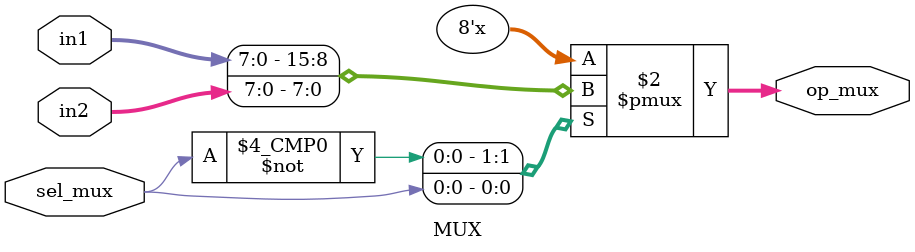
<source format=v>
`timescale 1ns / 1ps


module MUX(
    input [7:0] in1,
    input [7:0] in2,
    input sel_mux,
    output reg [7:0] op_mux
    );
    
    always@(*)
        begin
            case(sel_mux)
                0: op_mux <= in1;
                1: op_mux <= in2;
            endcase
        end
endmodule

</source>
